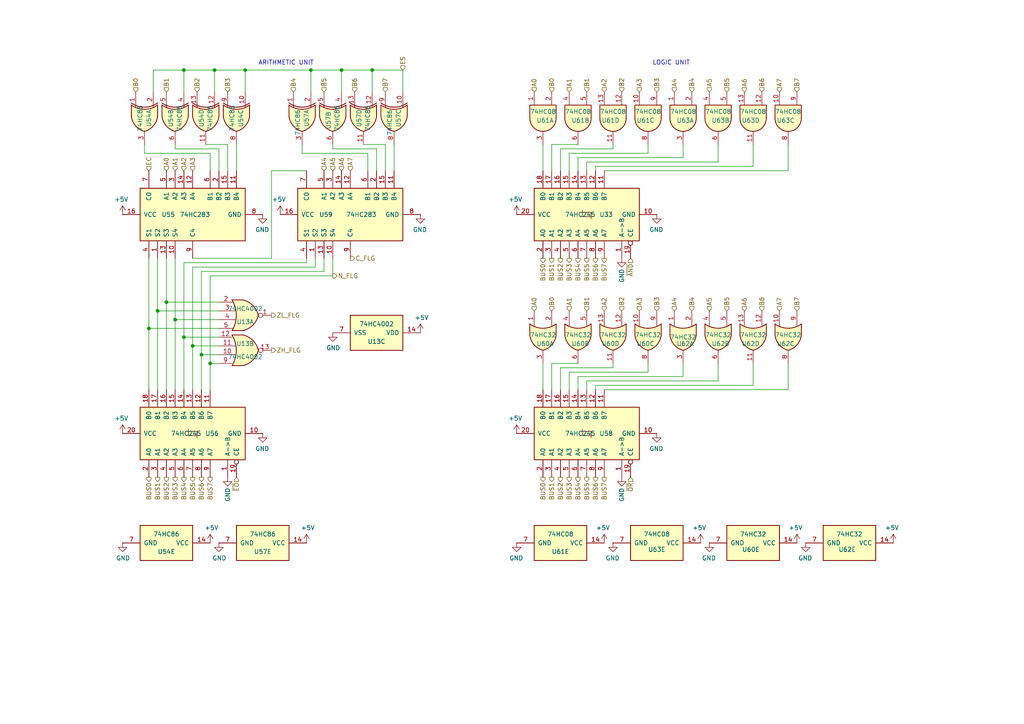
<source format=kicad_sch>
(kicad_sch (version 20250114) (generator "eeschema") (generator_version "9.0")
  (paper "A4")
  (title_block (title "Arithmetic and Logic Unit") (date "2025-01-09") (rev "1.4 Redux") (comment 2 "creativecommons.org/licenses/by-nc-sa/4.0/") (comment 3 "This work is licensed under CC BY-NC-SA 4.0") (comment 4 "Author: Carsten Herting (slu4)"))
  (lib_symbols
    (symbol "74xx:74HC245" (pin_names (offset 1.016))
      (property "Reference" "U" (at -7.62 16.51 0))
      (property "Value" "74HC245" (at -7.62 -16.51 0))
      (symbol "74HC245_1_0"
        (pin tri_state line (at -12.7 12.7 0) (length 5.08) (name "A0") (number "2"))
        (pin tri_state line (at -12.7 10.16 0) (length 5.08) (name "A1") (number "3"))
        (pin tri_state line (at -12.7 7.62 0) (length 5.08) (name "A2") (number "4"))
        (pin tri_state line (at -12.7 5.08 0) (length 5.08) (name "A3") (number "5"))
        (pin tri_state line (at -12.7 2.54 0) (length 5.08) (name "A4") (number "6"))
        (pin tri_state line (at -12.7 0 0) (length 5.08) (name "A5") (number "7"))
        (pin tri_state line (at -12.7 -2.54 0) (length 5.08) (name "A6") (number "8"))
        (pin tri_state line (at -12.7 -5.08 0) (length 5.08) (name "A7") (number "9"))
        (pin input line (at -12.7 -10.16 0) (length 5.08) (name "A->B") (number "1"))
        (pin input inverted (at -12.7 -12.7 0) (length 5.08) (name "CE") (number "19"))
        (pin power_in line (at 0 20.32 270) (length 5.08) (name "VCC") (number "20"))
        (pin power_in line (at 0 -20.32 90) (length 5.08) (name "GND") (number "10"))
        (pin tri_state line (at 12.7 12.7 180) (length 5.08) (name "B0") (number "18"))
        (pin tri_state line (at 12.7 10.16 180) (length 5.08) (name "B1") (number "17"))
        (pin tri_state line (at 12.7 7.62 180) (length 5.08) (name "B2") (number "16"))
        (pin tri_state line (at 12.7 5.08 180) (length 5.08) (name "B3") (number "15"))
        (pin tri_state line (at 12.7 2.54 180) (length 5.08) (name "B4") (number "14"))
        (pin tri_state line (at 12.7 0 180) (length 5.08) (name "B5") (number "13"))
        (pin tri_state line (at 12.7 -2.54 180) (length 5.08) (name "B6") (number "12"))
        (pin tri_state line (at 12.7 -5.08 180) (length 5.08) (name "B7") (number "11"))
      )
    )
    (symbol "74xx:74HC86" (pin_names (offset 1.016))
      (property "Reference" "U" (at 0 1.27 0))
      (property "Value" "74HC86" (at 0 -1.27 0))
      (symbol "74HC86_1_0"
        (pin input line (at -7.62 2.54 0) (length 4.445) (name "~") (number "1"))
        (pin input line (at -7.62 -2.54 0) (length 4.445) (name "~") (number "2"))
        (pin output line (at 7.62 0 180) (length 3.81) (name "~") (number "3"))
      )
      (symbol "74HC86_2_0"
        (pin input line (at -7.62 2.54 0) (length 4.445) (name "~") (number "4"))
        (pin input line (at -7.62 -2.54 0) (length 4.445) (name "~") (number "5"))
        (pin output line (at 7.62 0 180) (length 3.81) (name "~") (number "6"))
      )
      (symbol "74HC86_3_0"
        (pin input line (at -7.62 2.54 0) (length 4.445) (name "~") (number "9"))
        (pin input line (at -7.62 -2.54 0) (length 4.445) (name "~") (number "10"))
        (pin output line (at 7.62 0 180) (length 3.81) (name "~") (number "8"))
      )
      (symbol "74HC86_4_0"
        (pin input line (at -7.62 2.54 0) (length 4.445) (name "~") (number "12"))
        (pin input line (at -7.62 -2.54 0) (length 4.445) (name "~") (number "13"))
        (pin output line (at 7.62 0 180) (length 3.81) (name "~") (number "11"))
      )
      (symbol "74HC86_5_0"
        (pin power_in line (at 0 12.7 270) (length 5.08) (name "VCC") (number "14"))
        (pin power_in line (at 0 -12.7 90) (length 5.08) (name "GND") (number "7"))
      )
    )
    (symbol "8-Bit CPU 32k:74HC08" (pin_names (offset 1.016))
      (property "Reference" "U" (at 0 1.27 0))
      (property "Value" "74HC08" (at 0 -1.27 0))
      (symbol "74HC08_1_1"
        (pin input line (at -7.62 2.54 0) (length 3.81) (name "~") (number "1"))
        (pin input line (at -7.62 -2.54 0) (length 3.81) (name "~") (number "2"))
        (pin output line (at 7.62 0 180) (length 3.81) (name "~") (number "3"))
      )
      (symbol "74HC08_1_2"
        (pin input inverted (at -7.62 2.54 0) (length 4.318) (name "~") (number "1"))
        (pin input inverted (at -7.62 -2.54 0) (length 4.318) (name "~") (number "2"))
        (pin output inverted (at 7.62 0 180) (length 3.81) (name "~") (number "3"))
      )
      (symbol "74HC08_2_1"
        (pin input line (at -7.62 2.54 0) (length 3.81) (name "~") (number "4"))
        (pin input line (at -7.62 -2.54 0) (length 3.81) (name "~") (number "5"))
        (pin output line (at 7.62 0 180) (length 3.81) (name "~") (number "6"))
      )
      (symbol "74HC08_2_2"
        (pin input inverted (at -7.62 2.54 0) (length 4.318) (name "~") (number "4"))
        (pin input inverted (at -7.62 -2.54 0) (length 4.318) (name "~") (number "5"))
        (pin output inverted (at 7.62 0 180) (length 3.81) (name "~") (number "6"))
      )
      (symbol "74HC08_3_1"
        (pin input line (at -7.62 2.54 0) (length 3.81) (name "~") (number "9"))
        (pin input line (at -7.62 -2.54 0) (length 3.81) (name "~") (number "10"))
        (pin output line (at 7.62 0 180) (length 3.81) (name "~") (number "8"))
      )
      (symbol "74HC08_3_2"
        (pin input inverted (at -7.62 2.54 0) (length 4.318) (name "~") (number "9"))
        (pin input inverted (at -7.62 -2.54 0) (length 4.318) (name "~") (number "10"))
        (pin output inverted (at 7.62 0 180) (length 3.81) (name "~") (number "8"))
      )
      (symbol "74HC08_4_1"
        (pin input line (at -7.62 2.54 0) (length 3.81) (name "~") (number "12"))
        (pin input line (at -7.62 -2.54 0) (length 3.81) (name "~") (number "13"))
        (pin output line (at 7.62 0 180) (length 3.81) (name "~") (number "11"))
      )
      (symbol "74HC08_4_2"
        (pin input inverted (at -7.62 2.54 0) (length 4.318) (name "~") (number "12"))
        (pin input inverted (at -7.62 -2.54 0) (length 4.318) (name "~") (number "13"))
        (pin output inverted (at 7.62 0 180) (length 3.81) (name "~") (number "11"))
      )
      (symbol "74HC08_5_0"
        (pin power_in line (at 0 12.7 270) (length 5.08) (name "VCC") (number "14"))
        (pin power_in line (at 0 -12.7 90) (length 5.08) (name "GND") (number "7"))
      )
    )
    (symbol "8-Bit CPU 32k:74HC283" (pin_names (offset 1.016))
      (property "Reference" "U" (at 0 -5.08 90))
      (property "Value" "74HC283" (at 0 3.81 90))
      (symbol "74HC283_1_0"
        (pin input line (at -12.7 12.7 0) (length 5.08) (name "C0") (number "7"))
        (pin input line (at -12.7 7.62 0) (length 5.08) (name "A1") (number "5"))
        (pin input line (at -12.7 5.08 0) (length 5.08) (name "A2") (number "3"))
        (pin input line (at -12.7 2.54 0) (length 5.08) (name "A3") (number "14"))
        (pin input line (at -12.7 0 0) (length 5.08) (name "A4") (number "12"))
        (pin input line (at -12.7 -5.08 0) (length 5.08) (name "B1") (number "6"))
        (pin input line (at -12.7 -7.62 0) (length 5.08) (name "B2") (number "2"))
        (pin input line (at -12.7 -10.16 0) (length 5.08) (name "B3") (number "15"))
        (pin input line (at -12.7 -12.7 0) (length 5.08) (name "B4") (number "11"))
        (pin power_in line (at 0 20.32 270) (length 5.08) (name "VCC") (number "16"))
        (pin power_in line (at 0 -20.32 90) (length 5.08) (name "GND") (number "8"))
        (pin output line (at 12.7 12.7 180) (length 5.08) (name "S1") (number "4"))
        (pin output line (at 12.7 10.16 180) (length 5.08) (name "S2") (number "1"))
        (pin output line (at 12.7 7.62 180) (length 5.08) (name "S3") (number "13"))
        (pin output line (at 12.7 5.08 180) (length 5.08) (name "S4") (number "10"))
        (pin output line (at 12.7 0 180) (length 5.08) (name "C4") (number "9"))
      )
    )
    (symbol "8-Bit CPU 32k:74HC32" (pin_names (offset 1.016))
      (property "Reference" "U" (at 0 1.27 0))
      (property "Value" "74HC32" (at 0 -1.27 0))
      (symbol "74HC32_1_1"
        (pin input line (at -7.62 2.54 0) (length 4.318) (name "~") (number "1"))
        (pin input line (at -7.62 -2.54 0) (length 4.318) (name "~") (number "2"))
        (pin output line (at 7.62 0 180) (length 3.81) (name "~") (number "3"))
      )
      (symbol "74HC32_1_2"
        (pin input inverted (at -7.62 2.54 0) (length 3.81) (name "~") (number "1"))
        (pin input inverted (at -7.62 -2.54 0) (length 3.81) (name "~") (number "2"))
        (pin output inverted (at 7.62 0 180) (length 3.81) (name "~") (number "3"))
      )
      (symbol "74HC32_2_1"
        (pin input line (at -7.62 2.54 0) (length 4.318) (name "~") (number "4"))
        (pin input line (at -7.62 -2.54 0) (length 4.318) (name "~") (number "5"))
        (pin output line (at 7.62 0 180) (length 3.81) (name "~") (number "6"))
      )
      (symbol "74HC32_2_2"
        (pin input inverted (at -7.62 2.54 0) (length 3.81) (name "~") (number "4"))
        (pin input inverted (at -7.62 -2.54 0) (length 3.81) (name "~") (number "5"))
        (pin output inverted (at 7.62 0 180) (length 3.81) (name "~") (number "6"))
      )
      (symbol "74HC32_3_1"
        (pin input line (at -7.62 2.54 0) (length 4.318) (name "~") (number "9"))
        (pin input line (at -7.62 -2.54 0) (length 4.318) (name "~") (number "10"))
        (pin output line (at 7.62 0 180) (length 3.81) (name "~") (number "8"))
      )
      (symbol "74HC32_3_2"
        (pin input inverted (at -7.62 2.54 0) (length 3.81) (name "~") (number "9"))
        (pin input inverted (at -7.62 -2.54 0) (length 3.81) (name "~") (number "10"))
        (pin output inverted (at 7.62 0 180) (length 3.81) (name "~") (number "8"))
      )
      (symbol "74HC32_4_1"
        (pin input line (at -7.62 2.54 0) (length 4.318) (name "~") (number "12"))
        (pin input line (at -7.62 -2.54 0) (length 4.318) (name "~") (number "13"))
        (pin output line (at 7.62 0 180) (length 3.81) (name "~") (number "11"))
      )
      (symbol "74HC32_4_2"
        (pin input inverted (at -7.62 2.54 0) (length 3.81) (name "~") (number "12"))
        (pin input inverted (at -7.62 -2.54 0) (length 3.81) (name "~") (number "13"))
        (pin output inverted (at 7.62 0 180) (length 3.81) (name "~") (number "11"))
      )
      (symbol "74HC32_5_0"
        (pin power_in line (at 0 12.7 270) (length 5.08) (name "VCC") (number "14"))
        (pin power_in line (at 0 -12.7 90) (length 5.08) (name "GND") (number "7"))
      )
    )
    (symbol "8-Bit CPU 32k:74HC4002" (pin_names (offset 1.016))
      (property "Reference" "U" (at 0 1.27 0))
      (property "Value" "74HC4002" (at 0 -1.27 0))
      (symbol "74HC4002_1_1"
        (pin input line (at -7.62 3.81 0) (length 4.064) (name "~") (number "2"))
        (pin input line (at -7.62 1.27 0) (length 4.826) (name "~") (number "3"))
        (pin input line (at -7.62 -1.27 0) (length 4.826) (name "~") (number "4"))
        (pin input line (at -7.62 -3.81 0) (length 4.064) (name "~") (number "5"))
        (pin output inverted (at 7.62 0 180) (length 3.81) (name "~") (number "1"))
      )
      (symbol "74HC4002_1_2"
        (pin input inverted (at -7.62 3.81 0) (length 3.81) (name "~") (number "2"))
        (pin input inverted (at -7.62 1.27 0) (length 3.81) (name "~") (number "3"))
        (pin input inverted (at -7.62 -1.27 0) (length 3.81) (name "~") (number "4"))
        (pin input inverted (at -7.62 -3.81 0) (length 3.81) (name "~") (number "5"))
        (pin output line (at 7.62 0 180) (length 3.81) (name "~") (number "1"))
      )
      (symbol "74HC4002_2_1"
        (pin input line (at -7.62 3.81 0) (length 3.81) (name "~") (number "9"))
        (pin input line (at -7.62 1.27 0) (length 4.826) (name "~") (number "10"))
        (pin input line (at -7.62 -1.27 0) (length 4.826) (name "~") (number "11"))
        (pin input line (at -7.62 -3.81 0) (length 3.81) (name "~") (number "12"))
        (pin output inverted (at 7.62 0 180) (length 3.81) (name "~") (number "13"))
      )
      (symbol "74HC4002_2_2"
        (pin input inverted (at -7.62 3.81 0) (length 3.81) (name "~") (number "9"))
        (pin input inverted (at -7.62 1.27 0) (length 3.81) (name "~") (number "10"))
        (pin input inverted (at -7.62 -1.27 0) (length 3.81) (name "~") (number "11"))
        (pin input inverted (at -7.62 -3.81 0) (length 3.81) (name "~") (number "12"))
        (pin output line (at 7.62 0 180) (length 3.81) (name "~") (number "13"))
      )
      (symbol "74HC4002_3_0"
        (pin no_connect line (at -10.16 0 0) (length 5.08) (hide yes) (name "~") (number "8"))
        (pin power_in line (at 0 12.7 270) (length 5.08) (name "VDD") (number "14"))
        (pin power_in line (at 0 -12.7 90) (length 5.08) (name "VSS") (number "7"))
        (pin no_connect line (at 10.16 0 180) (length 5.08) (hide yes) (name "~") (number "6"))
      )
    )
    (symbol "power:+5V" (power) (pin_numbers (hide yes)) (pin_names (offset 0) (hide yes))
      (property "Value" "+5V" (at 0 3.556 0))
      (symbol "+5V_1_1"
        (pin power_in line (at 0 0 90) (length 0) (name "~") (number "1"))
      )
    )
    (symbol "power:GND" (power) (pin_numbers (hide yes)) (pin_names (offset 0) (hide yes))
      (property "Value" "GND" (at 0 -3.81 0))
      (symbol "GND_1_1"
        (pin power_in line (at 0 0 270) (length 0) (name "~") (number "1"))
      )
    )
  )
  (text "ARITHMETIC UNIT" (at 74.93 19.05 0) (effects (font (size 1.27 1.27)) (justify left bottom)))
  (text "LOGIC UNIT" (at 189.23 19.05 0) (effects (font (size 1.27 1.27)) (justify left bottom)))
  (junction (at 60.96 105.41))
  (junction (at 53.34 97.79))
  (junction (at 50.8 92.71))
  (junction (at 43.18 95.25))
  (junction (at 107.95 20.32))
  (junction (at 90.17 20.32))
  (junction (at 71.12 20.32))
  (junction (at 53.34 20.32))
  (junction (at 48.26 87.63))
  (junction (at 58.42 102.87))
  (junction (at 55.88 100.33))
  (junction (at 45.72 90.17))
  (junction (at 62.23 20.32))
  (junction (at 99.06 20.32))
  (wire (pts (xy 60.96 105.41) (xy 63.5 105.41)))
  (wire (pts (xy 50.8 43.18) (xy 63.5 43.18)))
  (wire (pts (xy 167.64 49.53) (xy 167.64 45.72)))
  (wire (pts (xy 45.72 74.93) (xy 45.72 90.17)))
  (wire (pts (xy 218.44 48.26) (xy 218.44 41.91)))
  (wire (pts (xy 160.02 113.03) (xy 160.02 105.41)))
  (wire (pts (xy 43.18 95.25) (xy 63.5 95.25)))
  (wire (pts (xy 160.02 49.53) (xy 160.02 41.91)))
  (wire (pts (xy 109.22 49.53) (xy 109.22 43.18)))
  (wire (pts (xy 62.23 20.32) (xy 53.34 20.32)))
  (wire (pts (xy 170.18 110.49) (xy 208.28 110.49)))
  (wire (pts (xy 63.5 49.53) (xy 63.5 43.18)))
  (wire (pts (xy 228.6 113.03) (xy 228.6 105.41)))
  (wire (pts (xy 91.44 77.47) (xy 55.88 77.47)))
  (wire (pts (xy 165.1 49.53) (xy 165.1 44.45)))
  (wire (pts (xy 50.8 92.71) (xy 63.5 92.71)))
  (wire (pts (xy 44.45 26.67) (xy 44.45 20.32)))
  (wire (pts (xy 187.96 44.45) (xy 187.96 41.91)))
  (wire (pts (xy 187.96 107.95) (xy 187.96 105.41)))
  (wire (pts (xy 177.8 106.68) (xy 177.8 105.41)))
  (wire (pts (xy 71.12 20.32) (xy 62.23 20.32)))
  (wire (pts (xy 96.52 80.01) (xy 60.96 80.01)))
  (wire (pts (xy 71.12 26.67) (xy 71.12 20.32)))
  (wire (pts (xy 88.9 76.2) (xy 53.34 76.2)))
  (wire (pts (xy 60.96 80.01) (xy 60.96 105.41)))
  (wire (pts (xy 109.22 43.18) (xy 96.52 43.18)))
  (wire (pts (xy 107.95 20.32) (xy 99.06 20.32)))
  (wire (pts (xy 167.64 45.72) (xy 198.12 45.72)))
  (wire (pts (xy 114.3 49.53) (xy 114.3 41.91)))
  (wire (pts (xy 68.58 49.53) (xy 68.58 41.91)))
  (wire (pts (xy 99.06 20.32) (xy 90.17 20.32)))
  (wire (pts (xy 165.1 113.03) (xy 165.1 107.95)))
  (wire (pts (xy 55.88 100.33) (xy 63.5 100.33)))
  (wire (pts (xy 87.63 44.45) (xy 106.68 44.45)))
  (wire (pts (xy 160.02 105.41) (xy 167.64 105.41)))
  (wire (pts (xy 208.28 46.99) (xy 208.28 41.91)))
  (wire (pts (xy 55.88 77.47) (xy 55.88 100.33)))
  (wire (pts (xy 198.12 45.72) (xy 198.12 41.91)))
  (wire (pts (xy 50.8 41.91) (xy 50.8 43.18)))
  (wire (pts (xy 41.91 44.45) (xy 41.91 41.91)))
  (wire (pts (xy 60.96 105.41) (xy 60.96 113.03)))
  (wire (pts (xy 172.72 49.53) (xy 172.72 48.26)))
  (wire (pts (xy 60.96 44.45) (xy 41.91 44.45)))
  (wire (pts (xy 53.34 76.2) (xy 53.34 97.79)))
  (wire (pts (xy 157.48 113.03) (xy 157.48 105.41)))
  (wire (pts (xy 45.72 90.17) (xy 45.72 113.03)))
  (wire (pts (xy 55.88 74.93) (xy 78.74 74.93)))
  (wire (pts (xy 88.9 74.93) (xy 88.9 76.2)))
  (wire (pts (xy 162.56 106.68) (xy 177.8 106.68)))
  (wire (pts (xy 165.1 44.45) (xy 187.96 44.45)))
  (wire (pts (xy 116.84 20.32) (xy 107.95 20.32)))
  (wire (pts (xy 43.18 74.93) (xy 43.18 95.25)))
  (wire (pts (xy 53.34 20.32) (xy 53.34 26.67)))
  (wire (pts (xy 208.28 110.49) (xy 208.28 105.41)))
  (wire (pts (xy 96.52 74.93) (xy 96.52 80.01)))
  (wire (pts (xy 170.18 46.99) (xy 208.28 46.99)))
  (wire (pts (xy 87.63 41.91) (xy 87.63 44.45)))
  (wire (pts (xy 105.41 41.91) (xy 111.76 41.91)))
  (wire (pts (xy 71.12 20.32) (xy 90.17 20.32)))
  (wire (pts (xy 96.52 43.18) (xy 96.52 41.91)))
  (wire (pts (xy 50.8 92.71) (xy 50.8 113.03)))
  (wire (pts (xy 60.96 49.53) (xy 60.96 44.45)))
  (wire (pts (xy 43.18 95.25) (xy 43.18 113.03)))
  (wire (pts (xy 218.44 111.76) (xy 218.44 105.41)))
  (wire (pts (xy 78.74 74.93) (xy 78.74 49.53)))
  (wire (pts (xy 58.42 78.74) (xy 58.42 102.87)))
  (wire (pts (xy 157.48 49.53) (xy 157.48 41.91)))
  (wire (pts (xy 44.45 20.32) (xy 53.34 20.32)))
  (wire (pts (xy 165.1 107.95) (xy 187.96 107.95)))
  (wire (pts (xy 228.6 49.53) (xy 228.6 41.91)))
  (wire (pts (xy 91.44 74.93) (xy 91.44 77.47)))
  (wire (pts (xy 162.56 49.53) (xy 162.56 43.18)))
  (wire (pts (xy 55.88 100.33) (xy 55.88 113.03)))
  (wire (pts (xy 167.64 109.22) (xy 198.12 109.22)))
  (wire (pts (xy 62.23 26.67) (xy 62.23 20.32)))
  (wire (pts (xy 48.26 74.93) (xy 48.26 87.63)))
  (wire (pts (xy 48.26 87.63) (xy 63.5 87.63)))
  (wire (pts (xy 167.64 113.03) (xy 167.64 109.22)))
  (wire (pts (xy 99.06 26.67) (xy 99.06 20.32)))
  (wire (pts (xy 93.98 74.93) (xy 93.98 78.74)))
  (wire (pts (xy 116.84 26.67) (xy 116.84 20.32)))
  (wire (pts (xy 162.56 43.18) (xy 177.8 43.18)))
  (wire (pts (xy 66.04 49.53) (xy 66.04 41.91)))
  (wire (pts (xy 172.72 113.03) (xy 172.72 111.76)))
  (wire (pts (xy 53.34 97.79) (xy 63.5 97.79)))
  (wire (pts (xy 58.42 102.87) (xy 58.42 113.03)))
  (wire (pts (xy 170.18 113.03) (xy 170.18 110.49)))
  (wire (pts (xy 107.95 26.67) (xy 107.95 20.32)))
  (wire (pts (xy 177.8 43.18) (xy 177.8 41.91)))
  (wire (pts (xy 160.02 41.91) (xy 167.64 41.91)))
  (wire (pts (xy 175.26 113.03) (xy 228.6 113.03)))
  (wire (pts (xy 48.26 87.63) (xy 48.26 113.03)))
  (wire (pts (xy 162.56 113.03) (xy 162.56 106.68)))
  (wire (pts (xy 90.17 26.67) (xy 90.17 20.32)))
  (wire (pts (xy 93.98 78.74) (xy 58.42 78.74)))
  (wire (pts (xy 170.18 49.53) (xy 170.18 46.99)))
  (wire (pts (xy 45.72 90.17) (xy 63.5 90.17)))
  (wire (pts (xy 58.42 102.87) (xy 63.5 102.87)))
  (wire (pts (xy 53.34 97.79) (xy 53.34 113.03)))
  (wire (pts (xy 172.72 111.76) (xy 218.44 111.76)))
  (wire (pts (xy 198.12 109.22) (xy 198.12 105.41)))
  (wire (pts (xy 78.74 49.53) (xy 88.9 49.53)))
  (wire (pts (xy 172.72 48.26) (xy 218.44 48.26)))
  (wire (pts (xy 175.26 49.53) (xy 228.6 49.53)))
  (wire (pts (xy 50.8 74.93) (xy 50.8 92.71)))
  (wire (pts (xy 106.68 44.45) (xy 106.68 49.53)))
  (wire (pts (xy 111.76 41.91) (xy 111.76 49.53)))
  (wire (pts (xy 66.04 41.91) (xy 59.69 41.91)))
  (hierarchical_label "B4" (shape input) (at 200.66 90.17 90))
  (hierarchical_label "BUS5" (shape output) (at 170.18 74.93 270))
  (hierarchical_label "B5" (shape input) (at 93.98 26.67 90))
  (hierarchical_label "B4" (shape input) (at 200.66 26.67 90))
  (hierarchical_label "BUS6" (shape output) (at 172.72 74.93 270))
  (hierarchical_label "BUS3" (shape output) (at 165.1 74.93 270))
  (hierarchical_label "~{AND}" (shape input) (at 182.88 74.93 270))
  (hierarchical_label "B7" (shape input) (at 231.14 26.67 90))
  (hierarchical_label "A2" (shape input) (at 53.34 49.53 90))
  (hierarchical_label "B3" (shape input) (at 66.04 26.67 90))
  (hierarchical_label "A6" (shape input) (at 99.06 49.53 90))
  (hierarchical_label "BUS5" (shape output) (at 170.18 138.43 270))
  (hierarchical_label "B6" (shape input) (at 102.87 26.67 90))
  (hierarchical_label "ZL_FLG" (shape output) (at 78.74 91.44 0))
  (hierarchical_label "B6" (shape input) (at 220.98 26.67 90))
  (hierarchical_label "A1" (shape input) (at 50.8 49.53 90))
  (hierarchical_label "BUS4" (shape output) (at 167.64 74.93 270))
  (hierarchical_label "A3" (shape input) (at 185.42 90.17 90))
  (hierarchical_label "B5" (shape input) (at 210.82 90.17 90))
  (hierarchical_label "EC" (shape input) (at 43.18 49.53 90))
  (hierarchical_label "A7" (shape input) (at 226.06 26.67 90))
  (hierarchical_label "BUS1" (shape output) (at 45.72 138.43 270))
  (hierarchical_label "~{EO}" (shape input) (at 68.58 138.43 270))
  (hierarchical_label "BUS5" (shape output) (at 55.88 138.43 270))
  (hierarchical_label "A2" (shape input) (at 175.26 26.67 90))
  (hierarchical_label "BUS1" (shape output) (at 160.02 74.93 270))
  (hierarchical_label "BUS6" (shape output) (at 172.72 138.43 270))
  (hierarchical_label "A6" (shape input) (at 215.9 26.67 90))
  (hierarchical_label "A3" (shape input) (at 55.88 49.53 90))
  (hierarchical_label "C_FLG" (shape output) (at 101.6 74.93 0))
  (hierarchical_label "BUS0" (shape output) (at 157.48 74.93 270))
  (hierarchical_label "B3" (shape input) (at 190.5 26.67 90))
  (hierarchical_label "A1" (shape input) (at 165.1 26.67 90))
  (hierarchical_label "A5" (shape input) (at 96.52 49.53 90))
  (hierarchical_label "A1" (shape input) (at 165.1 90.17 90))
  (hierarchical_label "BUS2" (shape output) (at 48.26 138.43 270))
  (hierarchical_label "BUS0" (shape output) (at 157.48 138.43 270))
  (hierarchical_label "BUS7" (shape output) (at 60.96 138.43 270))
  (hierarchical_label "ES" (shape input) (at 116.84 20.32 90))
  (hierarchical_label "B5" (shape input) (at 210.82 26.67 90))
  (hierarchical_label "B0" (shape input) (at 160.02 90.17 90))
  (hierarchical_label "B1" (shape input) (at 170.18 90.17 90))
  (hierarchical_label "BUS7" (shape output) (at 175.26 138.43 270))
  (hierarchical_label "B3" (shape input) (at 190.5 90.17 90))
  (hierarchical_label "BUS3" (shape output) (at 50.8 138.43 270))
  (hierarchical_label "A2" (shape input) (at 175.26 90.17 90))
  (hierarchical_label "B4" (shape input) (at 85.09 26.67 90))
  (hierarchical_label "B2" (shape input) (at 180.34 90.17 90))
  (hierarchical_label "B2" (shape input) (at 180.34 26.67 90))
  (hierarchical_label "A7" (shape input) (at 101.6 49.53 90))
  (hierarchical_label "B6" (shape input) (at 220.98 90.17 90))
  (hierarchical_label "A0" (shape input) (at 154.94 90.17 90))
  (hierarchical_label "BUS7" (shape output) (at 175.26 74.93 270))
  (hierarchical_label "BUS6" (shape output) (at 58.42 138.43 270))
  (hierarchical_label "B7" (shape input) (at 231.14 90.17 90))
  (hierarchical_label "~{OR}" (shape input) (at 182.88 138.43 270))
  (hierarchical_label "ZH_FLG" (shape output) (at 78.74 101.6 0))
  (hierarchical_label "BUS3" (shape output) (at 165.1 138.43 270))
  (hierarchical_label "B0" (shape input) (at 39.37 26.67 90))
  (hierarchical_label "A5" (shape input) (at 205.74 90.17 90))
  (hierarchical_label "A5" (shape input) (at 205.74 26.67 90))
  (hierarchical_label "B7" (shape input) (at 111.76 26.67 90))
  (hierarchical_label "A6" (shape input) (at 215.9 90.17 90))
  (hierarchical_label "B0" (shape input) (at 160.02 26.67 90))
  (hierarchical_label "A4" (shape input) (at 195.58 26.67 90))
  (hierarchical_label "BUS2" (shape output) (at 162.56 74.93 270))
  (hierarchical_label "A0" (shape input) (at 154.94 26.67 90))
  (hierarchical_label "B1" (shape input) (at 170.18 26.67 90))
  (hierarchical_label "BUS2" (shape output) (at 162.56 138.43 270))
  (hierarchical_label "A7" (shape input) (at 226.06 90.17 90))
  (hierarchical_label "A3" (shape input) (at 185.42 26.67 90))
  (hierarchical_label "BUS0" (shape output) (at 43.18 138.43 270))
  (hierarchical_label "N_FLG" (shape output) (at 96.52 80.01 0))
  (hierarchical_label "B2" (shape input) (at 57.15 26.67 90))
  (hierarchical_label "BUS4" (shape output) (at 53.34 138.43 270))
  (hierarchical_label "A4" (shape input) (at 195.58 90.17 90))
  (hierarchical_label "A0" (shape input) (at 48.26 49.53 90))
  (hierarchical_label "A4" (shape input) (at 93.98 49.53 90))
  (hierarchical_label "BUS1" (shape output) (at 160.02 138.43 270))
  (hierarchical_label "B1" (shape input) (at 48.26 26.67 90))
  (hierarchical_label "BUS4" (shape output) (at 167.64 138.43 270))
  (symbol (lib_id "74xx:74HC86") (at 48.26 157.48 270) (unit 5)
    (property "Reference" "U54" (at 48.26 160.02 90))
    (property "Value" "74HC86" (at 48.26 154.94 90))
    (property "Footprint" "Package_DIP:DIP-14_W7.62mm_Socket" (effects (hide yes)))
    (property "Datasheet" "http://www.ti.com/lit/gpn/sn74HC86" (effects (hide yes)))
    (property "Description" "Quad 2-input XOR" (effects (hide yes)))
  )
  (symbol (lib_id "74xx:74HC86") (at 76.2 157.48 270) (unit 5)
    (property "Reference" "U57" (at 76.2 160.02 90))
    (property "Value" "74HC86" (at 76.2 154.94 90))
    (property "Footprint" "Package_DIP:DIP-14_W7.62mm_Socket" (effects (hide yes)))
    (property "Datasheet" "http://www.ti.com/lit/gpn/sn74HC86" (effects (hide yes)))
    (property "Description" "Quad 2-input XOR" (effects (hide yes)))
  )
  (symbol (lib_id "power:GND") (at 35.56 157.48 0) (unit 1)
    (property "Reference" "#PWR0222" (effects (hide yes)))
    (property "Value" "GND" (at 35.687 161.8742 0))
    (property "Description" "Power symbol creates a global label with name \"GND\" , ground" (effects (hide yes)))
  )
  (symbol (lib_id "power:GND") (at 63.5 157.48 0) (unit 1)
    (property "Reference" "#PWR0226" (effects (hide yes)))
    (property "Value" "GND" (at 63.627 161.8742 0))
    (property "Description" "Power symbol creates a global label with name \"GND\" , ground" (effects (hide yes)))
  )
  (symbol (lib_id "power:+5V") (at 88.9 157.48 0) (unit 1)
    (property "Reference" "#PWR0228" (effects (hide yes)))
    (property "Value" "+5V" (at 89.281 153.0858 0))
    (property "Description" "Power symbol creates a global label with name \"+5V\"" (effects (hide yes)))
  )
  (symbol (lib_id "power:+5V") (at 60.96 157.48 0) (unit 1)
    (property "Reference" "#PWR0225" (effects (hide yes)))
    (property "Value" "+5V" (at 61.341 153.0858 0))
    (property "Description" "Power symbol creates a global label with name \"+5V\"" (effects (hide yes)))
  )
  (symbol (lib_id "74xx:74HC245") (at 55.88 125.73 90) (unit 1)
    (property "Reference" "U56" (at 63.5 125.73 90) (effects (justify left)))
    (property "Value" "74HC245" (at 58.42 125.73 90) (effects (justify left)))
    (property "Footprint" "Package_DIP:DIP-20_W7.62mm_Socket" (effects (hide yes)))
    (property "Datasheet" "http://www.ti.com/lit/gpn/sn74HC245" (effects (hide yes)))
    (property "Description" "Octal BUS Transceivers, 3-State outputs" (effects (hide yes)))
  )
  (symbol (lib_id "power:GND") (at 66.04 138.43 0) (mirror y) (unit 1)
    (property "Reference" "#PWR0227" (effects (hide yes)))
    (property "Value" "GND" (at 66.04 143.51 90))
    (property "Description" "Power symbol creates a global label with name \"GND\" , ground" (effects (hide yes)))
  )
  (symbol (lib_id "power:GND") (at 76.2 62.23 0) (mirror y) (unit 1)
    (property "Reference" "#PWR0231" (effects (hide yes)))
    (property "Value" "GND" (at 76.073 66.6242 0))
    (property "Description" "Power symbol creates a global label with name \"GND\" , ground" (effects (hide yes)))
  )
  (symbol (lib_id "power:GND") (at 121.92 62.23 0) (mirror y) (unit 1)
    (property "Reference" "#PWR0236" (effects (hide yes)))
    (property "Value" "GND" (at 121.793 66.6242 0))
    (property "Description" "Power symbol creates a global label with name \"GND\" , ground" (effects (hide yes)))
  )
  (symbol (lib_id "power:GND") (at 76.2 125.73 0) (mirror y) (unit 1)
    (property "Reference" "#PWR0232" (effects (hide yes)))
    (property "Value" "GND" (at 76.073 130.1242 0))
    (property "Description" "Power symbol creates a global label with name \"GND\" , ground" (effects (hide yes)))
  )
  (symbol (lib_id "power:+5V") (at 81.28 62.23 0) (mirror y) (unit 1)
    (property "Reference" "#PWR0233" (effects (hide yes)))
    (property "Value" "+5V" (at 80.899 57.8358 0))
    (property "Description" "Power symbol creates a global label with name \"+5V\"" (effects (hide yes)))
  )
  (symbol (lib_id "power:+5V") (at 35.56 62.23 0) (mirror y) (unit 1)
    (property "Reference" "#PWR0223" (effects (hide yes)))
    (property "Value" "+5V" (at 35.179 57.8358 0))
    (property "Description" "Power symbol creates a global label with name \"+5V\"" (effects (hide yes)))
  )
  (symbol (lib_id "power:+5V") (at 35.56 125.73 0) (mirror y) (unit 1)
    (property "Reference" "#PWR0224" (effects (hide yes)))
    (property "Value" "+5V" (at 35.179 121.3358 0))
    (property "Description" "Power symbol creates a global label with name \"+5V\"" (effects (hide yes)))
  )
  (symbol (lib_id "74xx:74HC86") (at 87.63 34.29 90) (mirror x) (unit 1)
    (property "Reference" "U57" (at 88.9 34.29 0))
    (property "Value" "74HC86" (at 86.36 35.56 0))
    (property "Footprint" "Package_DIP:DIP-14_W7.62mm_Socket" (effects (hide yes)))
    (property "Datasheet" "http://www.ti.com/lit/gpn/sn74HC86" (effects (hide yes)))
    (property "Description" "Quad 2-input XOR" (effects (hide yes)))
  )
  (symbol (lib_id "74xx:74HC86") (at 96.52 34.29 270) (unit 2)
    (property "Reference" "U57" (at 95.25 34.925 0))
    (property "Value" "74HC86" (at 97.79 34.29 0))
    (property "Footprint" "Package_DIP:DIP-14_W7.62mm_Socket" (effects (hide yes)))
    (property "Datasheet" "http://www.ti.com/lit/gpn/sn74HC86" (effects (hide yes)))
    (property "Description" "Quad 2-input XOR" (effects (hide yes)))
  )
  (symbol (lib_id "74xx:74HC86") (at 114.3 34.29 90) (mirror x) (unit 3)
    (property "Reference" "U57" (at 115.57 34.29 0))
    (property "Value" "74HC86" (at 113.03 35.56 0))
    (property "Footprint" "Package_DIP:DIP-14_W7.62mm_Socket" (effects (hide yes)))
    (property "Datasheet" "http://www.ti.com/lit/gpn/sn74HC86" (effects (hide yes)))
    (property "Description" "Quad 2-input XOR" (effects (hide yes)))
  )
  (symbol (lib_id "74xx:74HC86") (at 105.41 34.29 270) (unit 4)
    (property "Reference" "U57" (at 104.14 34.29 0))
    (property "Value" "74HC86" (at 106.68 34.29 0))
    (property "Footprint" "Package_DIP:DIP-14_W7.62mm_Socket" (effects (hide yes)))
    (property "Datasheet" "http://www.ti.com/lit/gpn/sn74HC86" (effects (hide yes)))
    (property "Description" "Quad 2-input XOR" (effects (hide yes)))
  )
  (symbol (lib_id "74xx:74HC86") (at 41.91 34.29 90) (mirror x) (unit 1)
    (property "Reference" "U54" (at 43.18 34.29 0))
    (property "Value" "74HC86" (at 40.64 34.29 0))
    (property "Footprint" "Package_DIP:DIP-14_W7.62mm_Socket" (effects (hide yes)))
    (property "Datasheet" "http://www.ti.com/lit/gpn/sn74HC86" (effects (hide yes)))
    (property "Description" "Quad 2-input XOR" (effects (hide yes)))
  )
  (symbol (lib_id "74xx:74HC86") (at 50.8 34.29 270) (unit 2)
    (property "Reference" "U54" (at 49.53 34.29 0))
    (property "Value" "74HC86" (at 52.07 34.29 0))
    (property "Footprint" "Package_DIP:DIP-14_W7.62mm_Socket" (effects (hide yes)))
    (property "Datasheet" "http://www.ti.com/lit/gpn/sn74HC86" (effects (hide yes)))
    (property "Description" "Quad 2-input XOR" (effects (hide yes)))
  )
  (symbol (lib_id "74xx:74HC86") (at 68.58 34.29 90) (mirror x) (unit 3)
    (property "Reference" "U54" (at 69.85 34.29 0))
    (property "Value" "74HC86" (at 67.31 34.29 0))
    (property "Footprint" "Package_DIP:DIP-14_W7.62mm_Socket" (effects (hide yes)))
    (property "Datasheet" "http://www.ti.com/lit/gpn/sn74HC86" (effects (hide yes)))
    (property "Description" "Quad 2-input XOR" (effects (hide yes)))
  )
  (symbol (lib_id "74xx:74HC86") (at 59.69 34.29 270) (unit 4)
    (property "Reference" "U54" (at 58.42 34.29 0))
    (property "Value" "74HC86" (at 60.96 34.29 0))
    (property "Footprint" "Package_DIP:DIP-14_W7.62mm_Socket" (effects (hide yes)))
    (property "Datasheet" "http://www.ti.com/lit/gpn/sn74HC86" (effects (hide yes)))
    (property "Description" "Quad 2-input XOR" (effects (hide yes)))
  )
  (symbol (lib_id "8-Bit CPU 32k:74HC283") (at 55.88 62.23 90) (mirror x) (unit 1)
    (property "Reference" "U55" (at 50.8 62.23 90) (effects (justify left)))
    (property "Value" "74HC283" (at 60.96 62.23 90) (effects (justify left)))
    (property "Footprint" "Package_DIP:DIP-16_W7.62mm_Socket" (effects (hide yes)))
    (property "Datasheet" "http://www.ti.com/lit/gpn/sn74LS283" (effects (hide yes)))
    (property "Description" "4-bit full Adder" (effects (hide yes)))
  )
  (symbol (lib_id "8-Bit CPU 32k:74HC283") (at 101.6 62.23 90) (mirror x) (unit 1)
    (property "Reference" "U59" (at 96.52 62.23 90) (effects (justify left)))
    (property "Value" "74HC283" (at 109.22 62.23 90) (effects (justify left)))
    (property "Footprint" "Package_DIP:DIP-16_W7.62mm_Socket" (effects (hide yes)))
    (property "Datasheet" "http://www.ti.com/lit/gpn/sn74LS283" (effects (hide yes)))
    (property "Description" "4-bit full Adder" (effects (hide yes)))
  )
  (symbol (lib_id "power:+5V") (at 259.08 157.48 0) (mirror y) (unit 1)
    (property "Reference" "#PWR0241" (effects (hide yes)))
    (property "Value" "+5V" (at 258.699 153.0858 0))
    (property "Description" "Power symbol creates a global label with name \"+5V\"" (effects (hide yes)))
  )
  (symbol (lib_id "8-Bit CPU 32k:74HC08") (at 157.48 34.29 90) (mirror x) (unit 1)
    (property "Reference" "U61" (at 155.575 34.925 90) (effects (justify right)))
    (property "Value" "74HC08" (at 153.67 32.385 90) (effects (justify right)))
    (property "Footprint" "Package_DIP:DIP-14_W7.62mm_Socket" (effects (hide yes)))
    (property "Datasheet" "http://www.ti.com/lit/gpn/sn74LS08" (effects (hide yes)))
    (property "Description" "Quad And2" (effects (hide yes)))
  )
  (symbol (lib_id "power:+5V") (at 121.92 96.52 0) (unit 1)
    (property "Reference" "#PWR0271" (effects (hide yes)))
    (property "Value" "+5V" (at 122.301 92.1258 0))
    (property "Description" "Power symbol creates a global label with name \"+5V\"" (effects (hide yes)))
  )
  (symbol (lib_id "power:GND") (at 180.34 74.93 0) (mirror y) (unit 1)
    (property "Reference" "#PWR0245" (effects (hide yes)))
    (property "Value" "GND" (at 180.34 80.01 90))
    (property "Description" "Power symbol creates a global label with name \"GND\" , ground" (effects (hide yes)))
  )
  (symbol (lib_id "power:GND") (at 233.68 157.48 0) (mirror y) (unit 1)
    (property "Reference" "#PWR0239" (effects (hide yes)))
    (property "Value" "GND" (at 233.553 161.8742 0))
    (property "Description" "Power symbol creates a global label with name \"GND\" , ground" (effects (hide yes)))
  )
  (symbol (lib_id "power:GND") (at 180.34 138.43 0) (mirror y) (unit 1)
    (property "Reference" "#PWR0246" (effects (hide yes)))
    (property "Value" "GND" (at 180.34 143.51 90))
    (property "Description" "Power symbol creates a global label with name \"GND\" , ground" (effects (hide yes)))
  )
  (symbol (lib_id "power:GND") (at 96.52 96.52 0) (unit 1)
    (property "Reference" "#PWR0230" (effects (hide yes)))
    (property "Value" "GND" (at 96.647 100.9142 0))
    (property "Description" "Power symbol creates a global label with name \"GND\" , ground" (effects (hide yes)))
  )
  (symbol (lib_id "power:GND") (at 177.8 157.48 0) (mirror y) (unit 1)
    (property "Reference" "#PWR0240" (effects (hide yes)))
    (property "Value" "GND" (at 177.673 161.8742 0))
    (property "Description" "Power symbol creates a global label with name \"GND\" , ground" (effects (hide yes)))
  )
  (symbol (lib_id "8-Bit CPU 32k:74HC08") (at 208.28 34.29 90) (mirror x) (unit 2)
    (property "Reference" "U63" (at 206.375 34.925 90) (effects (justify right)))
    (property "Value" "74HC08" (at 204.47 32.385 90) (effects (justify right)))
    (property "Footprint" "Package_DIP:DIP-14_W7.62mm_Socket" (effects (hide yes)))
    (property "Datasheet" "http://www.ti.com/lit/gpn/sn74LS08" (effects (hide yes)))
    (property "Description" "Quad And2" (effects (hide yes)))
  )
  (symbol (lib_id "8-Bit CPU 32k:74HC08") (at 198.12 34.29 90) (mirror x) (unit 1)
    (property "Reference" "U63" (at 196.215 34.925 90) (effects (justify right)))
    (property "Value" "74HC08" (at 194.31 32.385 90) (effects (justify right)))
    (property "Footprint" "Package_DIP:DIP-14_W7.62mm_Socket" (effects (hide yes)))
    (property "Datasheet" "http://www.ti.com/lit/gpn/sn74LS08" (effects (hide yes)))
    (property "Description" "Quad And2" (effects (hide yes)))
  )
  (symbol (lib_id "power:+5V") (at 149.86 62.23 0) (mirror y) (unit 1)
    (property "Reference" "#PWR0243" (effects (hide yes)))
    (property "Value" "+5V" (at 149.479 57.8358 0))
    (property "Description" "Power symbol creates a global label with name \"+5V\"" (effects (hide yes)))
  )
  (symbol (lib_id "8-Bit CPU 32k:74HC08") (at 167.64 34.29 90) (mirror x) (unit 2)
    (property "Reference" "U61" (at 165.735 34.925 90) (effects (justify right)))
    (property "Value" "74HC08" (at 163.83 32.385 90) (effects (justify right)))
    (property "Footprint" "Package_DIP:DIP-14_W7.62mm_Socket" (effects (hide yes)))
    (property "Datasheet" "http://www.ti.com/lit/gpn/sn74LS08" (effects (hide yes)))
    (property "Description" "Quad And2" (effects (hide yes)))
  )
  (symbol (lib_id "power:GND") (at 190.5 62.23 0) (mirror y) (unit 1)
    (property "Reference" "#PWR0247" (effects (hide yes)))
    (property "Value" "GND" (at 190.373 66.6242 0))
    (property "Description" "Power symbol creates a global label with name \"GND\" , ground" (effects (hide yes)))
  )
  (symbol (lib_id "8-Bit CPU 32k:74HC32") (at 167.64 97.79 90) (mirror x) (unit 2)
    (property "Reference" "U60" (at 165.735 99.695 90) (effects (justify right)))
    (property "Value" "74HC32" (at 163.83 97.155 90) (effects (justify right)))
    (property "Footprint" "Package_DIP:DIP-14_W7.62mm_Socket" (effects (hide yes)))
    (property "Datasheet" "http://www.ti.com/lit/gpn/sn74LS32" (effects (hide yes)))
    (property "Description" "Quad 2-input OR" (effects (hide yes)))
  )
  (symbol (lib_id "8-Bit CPU 32k:74HC32") (at 208.28 97.79 90) (mirror x) (unit 2)
    (property "Reference" "U62" (at 206.375 99.695 90) (effects (justify right)))
    (property "Value" "74HC32" (at 204.47 97.155 90) (effects (justify right)))
    (property "Footprint" "Package_DIP:DIP-14_W7.62mm_Socket" (effects (hide yes)))
    (property "Datasheet" "http://www.ti.com/lit/gpn/sn74LS32" (effects (hide yes)))
    (property "Description" "Quad 2-input OR" (effects (hide yes)))
  )
  (symbol (lib_id "8-Bit CPU 32k:74HC32") (at 228.6 97.79 270) (unit 3)
    (property "Reference" "U62" (at 230.505 99.695 90) (effects (justify right)))
    (property "Value" "74HC32" (at 232.41 97.155 90) (effects (justify right)))
    (property "Footprint" "Package_DIP:DIP-14_W7.62mm_Socket" (effects (hide yes)))
    (property "Datasheet" "http://www.ti.com/lit/gpn/sn74LS32" (effects (hide yes)))
    (property "Description" "Quad 2-input OR" (effects (hide yes)))
  )
  (symbol (lib_id "8-Bit CPU 32k:74HC08") (at 190.5 157.48 270) (unit 5)
    (property "Reference" "U63" (at 190.5 159.385 90))
    (property "Value" "74HC08" (at 190.5 154.94 90))
    (property "Footprint" "Package_DIP:DIP-14_W7.62mm_Socket" (effects (hide yes)))
    (property "Datasheet" "http://www.ti.com/lit/gpn/sn74LS08" (effects (hide yes)))
    (property "Description" "Quad And2" (effects (hide yes)))
  )
  (symbol (lib_id "8-Bit CPU 32k:74HC32") (at 187.96 97.79 270) (unit 3)
    (property "Reference" "U60" (at 189.865 99.695 90) (effects (justify right)))
    (property "Value" "74HC32" (at 191.77 97.155 90) (effects (justify right)))
    (property "Footprint" "Package_DIP:DIP-14_W7.62mm_Socket" (effects (hide yes)))
    (property "Datasheet" "http://www.ti.com/lit/gpn/sn74LS32" (effects (hide yes)))
    (property "Description" "Quad 2-input OR" (effects (hide yes)))
  )
  (symbol (lib_id "8-Bit CPU 32k:74HC08") (at 187.96 34.29 270) (unit 3)
    (property "Reference" "U61" (at 189.865 34.925 90) (effects (justify right)))
    (property "Value" "74HC08" (at 191.77 32.385 90) (effects (justify right)))
    (property "Footprint" "Package_DIP:DIP-14_W7.62mm_Socket" (effects (hide yes)))
    (property "Datasheet" "http://www.ti.com/lit/gpn/sn74LS08" (effects (hide yes)))
    (property "Description" "Quad And2" (effects (hide yes)))
  )
  (symbol (lib_id "power:+5V") (at 231.14 157.48 0) (mirror y) (unit 1)
    (property "Reference" "#PWR0237" (effects (hide yes)))
    (property "Value" "+5V" (at 230.759 153.0858 0))
    (property "Description" "Power symbol creates a global label with name \"+5V\"" (effects (hide yes)))
  )
  (symbol (lib_id "power:+5V") (at 149.86 125.73 0) (mirror y) (unit 1)
    (property "Reference" "#PWR0244" (effects (hide yes)))
    (property "Value" "+5V" (at 149.479 121.3358 0))
    (property "Description" "Power symbol creates a global label with name \"+5V\"" (effects (hide yes)))
  )
  (symbol (lib_id "power:GND") (at 205.74 157.48 0) (mirror y) (unit 1)
    (property "Reference" "#PWR0234" (effects (hide yes)))
    (property "Value" "GND" (at 205.613 161.8742 0))
    (property "Description" "Power symbol creates a global label with name \"GND\" , ground" (effects (hide yes)))
  )
  (symbol (lib_id "8-Bit CPU 32k:74HC08") (at 162.56 157.48 270) (unit 5)
    (property "Reference" "U61" (at 162.56 160.02 90))
    (property "Value" "74HC08" (at 162.56 154.94 90))
    (property "Footprint" "Package_DIP:DIP-14_W7.62mm_Socket" (effects (hide yes)))
    (property "Datasheet" "http://www.ti.com/lit/gpn/sn74LS08" (effects (hide yes)))
    (property "Description" "Quad And2" (effects (hide yes)))
  )
  (symbol (lib_id "power:+5V") (at 175.26 157.48 0) (mirror y) (unit 1)
    (property "Reference" "#PWR0238" (effects (hide yes)))
    (property "Value" "+5V" (at 174.879 153.0858 0))
    (property "Description" "Power symbol creates a global label with name \"+5V\"" (effects (hide yes)))
  )
  (symbol (lib_id "power:+5V") (at 203.2 157.48 0) (mirror y) (unit 1)
    (property "Reference" "#PWR0242" (effects (hide yes)))
    (property "Value" "+5V" (at 202.819 153.0858 0))
    (property "Description" "Power symbol creates a global label with name \"+5V\"" (effects (hide yes)))
  )
  (symbol (lib_id "8-Bit CPU 32k:74HC32") (at 177.8 97.79 270) (unit 4)
    (property "Reference" "U60" (at 179.705 99.695 90) (effects (justify right)))
    (property "Value" "74HC32" (at 181.61 97.155 90) (effects (justify right)))
    (property "Footprint" "Package_DIP:DIP-14_W7.62mm_Socket" (effects (hide yes)))
    (property "Datasheet" "http://www.ti.com/lit/gpn/sn74LS32" (effects (hide yes)))
    (property "Description" "Quad 2-input OR" (effects (hide yes)))
  )
  (symbol (lib_id "power:GND") (at 190.5 125.73 0) (mirror y) (unit 1)
    (property "Reference" "#PWR0248" (effects (hide yes)))
    (property "Value" "GND" (at 190.373 130.1242 0))
    (property "Description" "Power symbol creates a global label with name \"GND\" , ground" (effects (hide yes)))
  )
  (symbol (lib_id "8-Bit CPU 32k:74HC4002") (at 71.12 101.6 0) (mirror x) (unit 2)
    (property "Reference" "U13" (at 71.12 99.695 0))
    (property "Value" "74HC4002" (at 71.12 103.505 0))
    (property "Footprint" "Package_DIP:DIP-14_W7.62mm_Socket" (effects (hide yes)))
    (property "Datasheet" "http://www.intersil.com/content/dam/Intersil/documents/cd40/cd4000bms-01bms-02bms-25bms.pdf" (effects (hide yes)))
    (property "Description" "Dual  4 input NOR gate" (effects (hide yes)))
  )
  (symbol (lib_id "8-Bit CPU 32k:74HC4002") (at 109.22 96.52 270) (unit 3)
    (property "Reference" "U13" (at 109.22 99.06 90))
    (property "Value" "74HC4002" (at 109.22 93.98 90))
    (property "Footprint" "Package_DIP:DIP-14_W7.62mm_Socket" (effects (hide yes)))
    (property "Datasheet" "http://www.intersil.com/content/dam/Intersil/documents/cd40/cd4000bms-01bms-02bms-25bms.pdf" (effects (hide yes)))
    (property "Description" "Dual  4 input NOR gate" (effects (hide yes)))
  )
  (symbol (lib_id "8-Bit CPU 32k:74HC08") (at 218.44 34.29 270) (unit 4)
    (property "Reference" "U63" (at 220.345 34.925 90) (effects (justify right)))
    (property "Value" "74HC08" (at 222.25 32.385 90) (effects (justify right)))
    (property "Footprint" "Package_DIP:DIP-14_W7.62mm_Socket" (effects (hide yes)))
    (property "Datasheet" "http://www.ti.com/lit/gpn/sn74LS08" (effects (hide yes)))
    (property "Description" "Quad And2" (effects (hide yes)))
  )
  (symbol (lib_id "74xx:74HC245") (at 170.18 62.23 90) (unit 1)
    (property "Reference" "U33" (at 177.8 62.23 90) (effects (justify left)))
    (property "Value" "74HC245" (at 172.72 62.23 90) (effects (justify left)))
    (property "Footprint" "Package_DIP:DIP-20_W7.62mm_Socket" (effects (hide yes)))
    (property "Datasheet" "http://www.ti.com/lit/gpn/sn74HC245" (effects (hide yes)))
    (property "Description" "Octal BUS Transceivers, 3-State outputs" (effects (hide yes)))
  )
  (symbol (lib_id "8-Bit CPU 32k:74HC32") (at 218.44 157.48 270) (unit 5)
    (property "Reference" "U60" (at 220.345 159.385 90) (effects (justify right)))
    (property "Value" "74HC32" (at 222.25 154.94 90) (effects (justify right)))
    (property "Footprint" "Package_DIP:DIP-14_W7.62mm_Socket" (effects (hide yes)))
    (property "Datasheet" "http://www.ti.com/lit/gpn/sn74LS32" (effects (hide yes)))
    (property "Description" "Quad 2-input OR" (effects (hide yes)))
  )
  (symbol (lib_id "8-Bit CPU 32k:74HC08") (at 228.6 34.29 270) (unit 3)
    (property "Reference" "U63" (at 230.505 34.925 90) (effects (justify right)))
    (property "Value" "74HC08" (at 232.41 32.385 90) (effects (justify right)))
    (property "Footprint" "Package_DIP:DIP-14_W7.62mm_Socket" (effects (hide yes)))
    (property "Datasheet" "http://www.ti.com/lit/gpn/sn74LS08" (effects (hide yes)))
    (property "Description" "Quad And2" (effects (hide yes)))
  )
  (symbol (lib_id "8-Bit CPU 32k:74HC32") (at 198.12 97.79 90) (mirror x) (unit 1)
    (property "Reference" "U62" (at 196.215 99.695 90) (effects (justify right)))
    (property "Value" "74HC32" (at 194.31 97.79 90) (effects (justify right)))
    (property "Footprint" "Package_DIP:DIP-14_W7.62mm_Socket" (effects (hide yes)))
    (property "Datasheet" "http://www.ti.com/lit/gpn/sn74LS32" (effects (hide yes)))
    (property "Description" "Quad 2-input OR" (effects (hide yes)))
  )
  (symbol (lib_id "74xx:74HC245") (at 170.18 125.73 90) (unit 1)
    (property "Reference" "U58" (at 177.8 125.73 90) (effects (justify left)))
    (property "Value" "74HC245" (at 172.72 125.73 90) (effects (justify left)))
    (property "Footprint" "Package_DIP:DIP-20_W7.62mm_Socket" (effects (hide yes)))
    (property "Datasheet" "http://www.ti.com/lit/gpn/sn74HC245" (effects (hide yes)))
    (property "Description" "Octal BUS Transceivers, 3-State outputs" (effects (hide yes)))
  )
  (symbol (lib_id "8-Bit CPU 32k:74HC4002") (at 71.12 91.44 0) (unit 1)
    (property "Reference" "U13" (at 71.12 93.345 0))
    (property "Value" "74HC4002" (at 71.12 89.535 0))
    (property "Footprint" "Package_DIP:DIP-14_W7.62mm_Socket" (effects (hide yes)))
    (property "Datasheet" "http://www.intersil.com/content/dam/Intersil/documents/cd40/cd4000bms-01bms-02bms-25bms.pdf" (effects (hide yes)))
    (property "Description" "Dual  4 input NOR gate" (effects (hide yes)))
  )
  (symbol (lib_id "8-Bit CPU 32k:74HC32") (at 246.38 157.48 270) (unit 5)
    (property "Reference" "U62" (at 248.285 159.385 90) (effects (justify right)))
    (property "Value" "74HC32" (at 250.19 154.94 90) (effects (justify right)))
    (property "Footprint" "Package_DIP:DIP-14_W7.62mm_Socket" (effects (hide yes)))
    (property "Datasheet" "http://www.ti.com/lit/gpn/sn74LS32" (effects (hide yes)))
    (property "Description" "Quad 2-input OR" (effects (hide yes)))
  )
  (symbol (lib_id "8-Bit CPU 32k:74HC08") (at 177.8 34.29 270) (unit 4)
    (property "Reference" "U61" (at 179.705 34.925 90) (effects (justify right)))
    (property "Value" "74HC08" (at 181.61 32.385 90) (effects (justify right)))
    (property "Footprint" "Package_DIP:DIP-14_W7.62mm_Socket" (effects (hide yes)))
    (property "Datasheet" "http://www.ti.com/lit/gpn/sn74LS08" (effects (hide yes)))
    (property "Description" "Quad And2" (effects (hide yes)))
  )
  (symbol (lib_id "8-Bit CPU 32k:74HC32") (at 157.48 97.79 90) (mirror x) (unit 1)
    (property "Reference" "U60" (at 155.575 99.695 90) (effects (justify right)))
    (property "Value" "74HC32" (at 153.67 97.155 90) (effects (justify right)))
    (property "Footprint" "Package_DIP:DIP-14_W7.62mm_Socket" (effects (hide yes)))
    (property "Datasheet" "http://www.ti.com/lit/gpn/sn74LS32" (effects (hide yes)))
    (property "Description" "Quad 2-input OR" (effects (hide yes)))
  )
  (symbol (lib_id "power:GND") (at 149.86 157.48 0) (mirror y) (unit 1)
    (property "Reference" "#PWR0235" (effects (hide yes)))
    (property "Value" "GND" (at 149.733 161.8742 0))
    (property "Description" "Power symbol creates a global label with name \"GND\" , ground" (effects (hide yes)))
  )
  (symbol (lib_id "8-Bit CPU 32k:74HC32") (at 218.44 97.79 270) (unit 4)
    (property "Reference" "U62" (at 220.345 99.695 90) (effects (justify right)))
    (property "Value" "74HC32" (at 222.25 97.155 90) (effects (justify right)))
    (property "Footprint" "Package_DIP:DIP-14_W7.62mm_Socket" (effects (hide yes)))
    (property "Datasheet" "http://www.ti.com/lit/gpn/sn74LS32" (effects (hide yes)))
    (property "Description" "Quad 2-input OR" (effects (hide yes)))
  )
)
</source>
